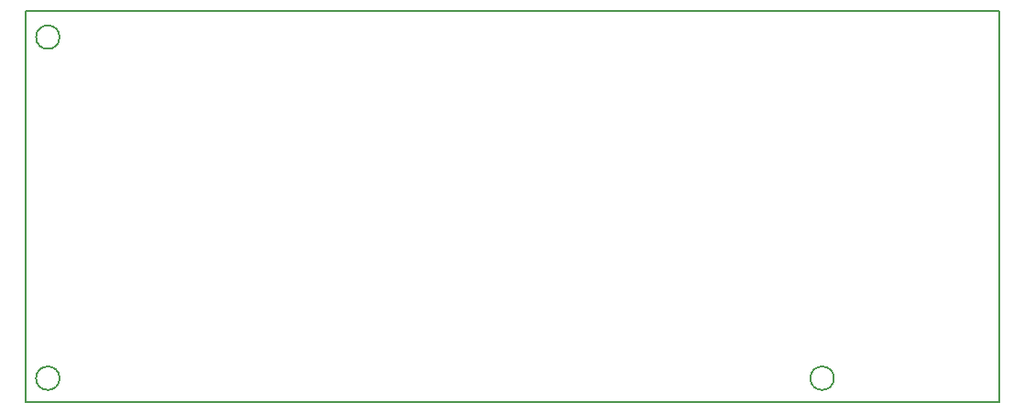
<source format=gm1>
G04 #@! TF.GenerationSoftware,KiCad,Pcbnew,(5.0.0)*
G04 #@! TF.CreationDate,2018-10-11T21:25:17+02:00*
G04 #@! TF.ProjectId,canbus,63616E6275732E6B696361645F706362,rev?*
G04 #@! TF.SameCoordinates,Original*
G04 #@! TF.FileFunction,Profile,NP*
%FSLAX46Y46*%
G04 Gerber Fmt 4.6, Leading zero omitted, Abs format (unit mm)*
G04 Created by KiCad (PCBNEW (5.0.0)) date 10/11/18 21:25:17*
%MOMM*%
%LPD*%
G01*
G04 APERTURE LIST*
%ADD10C,0.150000*%
G04 APERTURE END LIST*
D10*
X183255967Y-120904000D02*
G75*
G03X183255967Y-120904000I-1087167J0D01*
G01*
X111678767Y-120904000D02*
G75*
G03X111678767Y-120904000I-1087167J0D01*
G01*
X111678767Y-89306400D02*
G75*
G03X111678767Y-89306400I-1087167J0D01*
G01*
X108501100Y-123143600D02*
X198501100Y-123143600D01*
X198501100Y-123143600D02*
X198501100Y-86863600D01*
X198501100Y-86863600D02*
X108501100Y-86863600D01*
X108501100Y-86863600D02*
X108501100Y-123143600D01*
M02*

</source>
